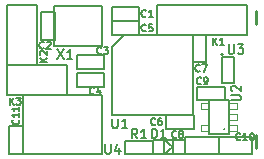
<source format=gto>
G04 #@! TF.FileFunction,Legend,Top*
%FSLAX46Y46*%
G04 Gerber Fmt 4.6, Leading zero omitted, Abs format (unit mm)*
G04 Created by KiCad (PCBNEW 4.0.2+dfsg1-stable) date Thu 01 Sep 2016 08:28:52 AM JST*
%MOMM*%
G01*
G04 APERTURE LIST*
%ADD10C,0.150000*%
%ADD11C,0.152400*%
%ADD12C,0.149860*%
%ADD13C,0.066040*%
%ADD14C,0.076200*%
%ADD15C,0.254000*%
G04 APERTURE END LIST*
D10*
D11*
X-8382000Y3810000D02*
X-8382000Y6350000D01*
X-8382000Y6350000D02*
X-762000Y6350000D01*
X-762000Y6350000D02*
X-762000Y3810000D01*
X-762000Y3810000D02*
X-8382000Y3810000D01*
D12*
X-1912620Y1912620D02*
X-2862580Y1912620D01*
X-1912620Y-287020D02*
X-2862580Y-287020D01*
X-2815563Y2161540D02*
G75*
G03X-2815563Y2161540I-90197J0D01*
G01*
X-1912620Y1912620D02*
X-1912620Y-287020D01*
X-2862580Y-287020D02*
X-2862580Y1912620D01*
X-19733260Y-1310640D02*
X-13032740Y-1310640D01*
X-13032740Y-1310640D02*
X-13032740Y-6309360D01*
X-13032740Y-6309360D02*
X-19733260Y-6309360D01*
X-19733260Y-6309360D02*
X-19733260Y-1310640D01*
X-16002000Y-1270000D02*
X-21082000Y-1270000D01*
X-21082000Y1270000D02*
X-16002000Y1270000D01*
D11*
X-21082000Y-1270000D02*
X-21082000Y1270000D01*
X-16002000Y1270000D02*
X-16002000Y-1270000D01*
D12*
X-21082000Y1270000D02*
X-21082000Y6350000D01*
X-18542000Y6350000D02*
X-18542000Y1270000D01*
D11*
X-21082000Y6350000D02*
X-18542000Y6350000D01*
X-18542000Y1270000D02*
X-21082000Y1270000D01*
D13*
X-1651000Y-4373880D02*
X-1651000Y-3873500D01*
X-1651000Y-3873500D02*
X-2301240Y-3873500D01*
X-2301240Y-4373880D02*
X-2301240Y-3873500D01*
X-1651000Y-4373880D02*
X-2301240Y-4373880D01*
X-1651000Y-3423920D02*
X-1651000Y-2926080D01*
X-1651000Y-2926080D02*
X-2301240Y-2926080D01*
X-2301240Y-3423920D02*
X-2301240Y-2926080D01*
X-1651000Y-3423920D02*
X-2301240Y-3423920D01*
X-1651000Y-2476500D02*
X-1651000Y-1976120D01*
X-1651000Y-1976120D02*
X-2301240Y-1976120D01*
X-2301240Y-2476500D02*
X-2301240Y-1976120D01*
X-1651000Y-2476500D02*
X-2301240Y-2476500D01*
X-3997960Y-2476500D02*
X-3997960Y-1976120D01*
X-3997960Y-1976120D02*
X-4648200Y-1976120D01*
X-4648200Y-2476500D02*
X-4648200Y-1976120D01*
X-3997960Y-2476500D02*
X-4648200Y-2476500D01*
X-3997960Y-3423920D02*
X-3997960Y-2926080D01*
X-3997960Y-4373880D02*
X-3997960Y-3873500D01*
X-3997960Y-3873500D02*
X-4648200Y-3873500D01*
X-4648200Y-4373880D02*
X-4648200Y-3873500D01*
X-3997960Y-4373880D02*
X-4648200Y-4373880D01*
D11*
X-3957320Y-1755140D02*
X-2341880Y-1755140D01*
X-2341880Y-1755140D02*
X-2341880Y-4594860D01*
X-2341880Y-4594860D02*
X-3957320Y-4594860D01*
X-3957320Y-4594860D02*
X-3957320Y-1755140D01*
X-2341880Y-3601720D02*
X-2341880Y-3695700D01*
X-2341880Y-2654300D02*
X-2341880Y-2748280D01*
X-2341880Y-4500880D02*
X-2341880Y-4594860D01*
X-2341880Y-1755140D02*
X-2341880Y-1849120D01*
X-3957320Y-1849120D02*
X-3957320Y-1755140D01*
X-3957320Y-4594860D02*
X-3957320Y-4500880D01*
X-3957320Y-2748280D02*
X-3957320Y-2654300D01*
X-3957320Y-3695700D02*
X-3957320Y-3601720D01*
D14*
X-2631770Y-4173220D02*
G75*
G03X-2631770Y-4173220I-68250J0D01*
G01*
D10*
X-7766000Y-5089600D02*
X-7066000Y-5689600D01*
X-7066000Y-5689600D02*
X-7766000Y-6289600D01*
X-7766000Y-5089600D02*
X-7766000Y-6289600D01*
D12*
X-5991860Y-6314440D02*
X-5991860Y-5064760D01*
X-5991860Y-5064760D02*
X-8740140Y-5064760D01*
X-8740140Y-5064760D02*
X-8740140Y-6314440D01*
X-8740140Y-6314440D02*
X-5991860Y-6314440D01*
X-7041540Y-5064760D02*
X-7041540Y-6314440D01*
D15*
X0Y4699000D02*
X0Y5798820D01*
X0Y-4699000D02*
X0Y-5798820D01*
D12*
X-11188700Y3782060D02*
X-12189460Y2781300D01*
X-12189460Y2781300D02*
X-12189460Y-3020060D01*
X-5387340Y3782060D02*
X-5387340Y-3020060D01*
X-5387340Y-3020060D02*
X-12189460Y-3020060D01*
X-11188700Y3782060D02*
X-5387340Y3782060D01*
X-13081000Y2895600D02*
X-17145000Y2895600D01*
X-17145000Y2895600D02*
X-17145000Y6248400D01*
X-17145000Y6248400D02*
X-13081000Y6248400D01*
X-13081000Y6248400D02*
X-13081000Y2895600D01*
X-19745960Y-3954780D02*
X-19745960Y-6306820D01*
X-19745960Y-6306820D02*
X-20894040Y-6306820D01*
X-20894040Y-6306820D02*
X-20894040Y-3954780D01*
X-20894040Y-3954780D02*
X-19745960Y-3954780D01*
X-2633980Y-1742440D02*
X-4986020Y-1742440D01*
X-4986020Y-1742440D02*
X-4986020Y-594360D01*
X-4986020Y-594360D02*
X-2633980Y-594360D01*
X-2633980Y-594360D02*
X-2633980Y-1742440D01*
X-17053560Y5748020D02*
X-17053560Y3395980D01*
X-17053560Y3395980D02*
X-18201640Y3395980D01*
X-18201640Y3395980D02*
X-18201640Y5748020D01*
X-18201640Y5748020D02*
X-17053560Y5748020D01*
X-12844780Y-574040D02*
X-15196820Y-574040D01*
X-15196820Y-574040D02*
X-15196820Y574040D01*
X-15196820Y574040D02*
X-12844780Y574040D01*
X-12844780Y574040D02*
X-12844780Y-574040D01*
X-12250420Y4942840D02*
X-9898380Y4942840D01*
X-9898380Y4942840D02*
X-9898380Y3794760D01*
X-9898380Y3794760D02*
X-12250420Y3794760D01*
X-12250420Y3794760D02*
X-12250420Y4942840D01*
X-5300980Y-4130040D02*
X-7653020Y-4130040D01*
X-7653020Y-4130040D02*
X-7653020Y-2981960D01*
X-7653020Y-2981960D02*
X-5300980Y-2981960D01*
X-5300980Y-2981960D02*
X-5300980Y-4130040D01*
X-4226560Y3817620D02*
X-4226560Y1465580D01*
X-4226560Y1465580D02*
X-5374640Y1465580D01*
X-5374640Y1465580D02*
X-5374640Y3817620D01*
X-5374640Y3817620D02*
X-4226560Y3817620D01*
X-9898380Y5013960D02*
X-12250420Y5013960D01*
X-12250420Y5013960D02*
X-12250420Y6162040D01*
X-12250420Y6162040D02*
X-9898380Y6162040D01*
X-9898380Y6162040D02*
X-9898380Y5013960D01*
X-15196820Y2098040D02*
X-12844780Y2098040D01*
X-12844780Y2098040D02*
X-12844780Y949960D01*
X-12844780Y949960D02*
X-15196820Y949960D01*
X-15196820Y949960D02*
X-15196820Y2098040D01*
X-8755380Y-5166360D02*
X-8755380Y-6314440D01*
X-8755380Y-6314440D02*
X-11107420Y-6314440D01*
X-11107420Y-6314440D02*
X-11107420Y-5166360D01*
X-11107420Y-5166360D02*
X-8755380Y-5166360D01*
X-5996940Y-6311900D02*
X-5996940Y-4864100D01*
X-5996940Y-4864100D02*
X-3172460Y-4864100D01*
X-3172460Y-4864100D02*
X-3172460Y-6311900D01*
X-3172460Y-6311900D02*
X-5996940Y-6311900D01*
X-353060Y-4864100D02*
X-353060Y-6311900D01*
X-353060Y-6311900D02*
X-3177540Y-6311900D01*
X-3177540Y-6311900D02*
X-3177540Y-4864100D01*
X-3177540Y-4864100D02*
X-353060Y-4864100D01*
X-3668243Y2954625D02*
X-3668243Y3554065D01*
X-3325706Y2954625D02*
X-3582609Y3297162D01*
X-3325706Y3554065D02*
X-3668243Y3211528D01*
X-2754811Y2954625D02*
X-3097348Y2954625D01*
X-2926079Y2954625D02*
X-2926079Y3554065D01*
X-2983169Y3468430D01*
X-3040258Y3411341D01*
X-3097348Y3382796D01*
D11*
X-2336800Y3003550D02*
X-2336800Y2355850D01*
X-2298700Y2279650D01*
X-2260600Y2241550D01*
X-2184400Y2203450D01*
X-2032000Y2203450D01*
X-1955800Y2241550D01*
X-1917700Y2279650D01*
X-1879600Y2355850D01*
X-1879600Y3003550D01*
X-1574800Y3003550D02*
X-1079500Y3003550D01*
X-1346200Y2698750D01*
X-1231900Y2698750D01*
X-1155700Y2660650D01*
X-1117600Y2622550D01*
X-1079500Y2546350D01*
X-1079500Y2355850D01*
X-1117600Y2279650D01*
X-1155700Y2241550D01*
X-1231900Y2203450D01*
X-1460500Y2203450D01*
X-1536700Y2241550D01*
X-1574800Y2279650D01*
X-12776200Y-5480050D02*
X-12776200Y-6127750D01*
X-12738100Y-6203950D01*
X-12700000Y-6242050D01*
X-12623800Y-6280150D01*
X-12471400Y-6280150D01*
X-12395200Y-6242050D01*
X-12357100Y-6203950D01*
X-12319000Y-6127750D01*
X-12319000Y-5480050D01*
X-11595100Y-5746750D02*
X-11595100Y-6280150D01*
X-11785600Y-5441950D02*
X-11976100Y-6013450D01*
X-11480800Y-6013450D01*
D12*
X-20864043Y-2125375D02*
X-20864043Y-1525935D01*
X-20521506Y-2125375D02*
X-20778409Y-1782838D01*
X-20521506Y-1525935D02*
X-20864043Y-1868472D01*
X-20321693Y-1525935D02*
X-19950611Y-1525935D01*
X-20150424Y-1754293D01*
X-20064790Y-1754293D01*
X-20007700Y-1782838D01*
X-19979156Y-1811383D01*
X-19950611Y-1868472D01*
X-19950611Y-2011196D01*
X-19979156Y-2068286D01*
X-20007700Y-2096830D01*
X-20064790Y-2125375D01*
X-20236058Y-2125375D01*
X-20293148Y-2096830D01*
X-20321693Y-2068286D01*
X-17737425Y1513357D02*
X-18336865Y1513357D01*
X-17737425Y1855894D02*
X-18079962Y1598991D01*
X-18336865Y1855894D02*
X-17994328Y1513357D01*
X-18279775Y2084252D02*
X-18308320Y2112797D01*
X-18336865Y2169886D01*
X-18336865Y2312610D01*
X-18308320Y2369700D01*
X-18279775Y2398244D01*
X-18222686Y2426789D01*
X-18165596Y2426789D01*
X-18079962Y2398244D01*
X-17737425Y2055707D01*
X-17737425Y2426789D01*
D11*
X-2127250Y-1752600D02*
X-1479550Y-1752600D01*
X-1403350Y-1714500D01*
X-1365250Y-1676400D01*
X-1327150Y-1600200D01*
X-1327150Y-1447800D01*
X-1365250Y-1371600D01*
X-1403350Y-1333500D01*
X-1479550Y-1295400D01*
X-2127250Y-1295400D01*
X-2051050Y-952500D02*
X-2089150Y-914400D01*
X-2127250Y-838200D01*
X-2127250Y-647700D01*
X-2089150Y-571500D01*
X-2051050Y-533400D01*
X-1974850Y-495300D01*
X-1898650Y-495300D01*
X-1784350Y-533400D01*
X-1327150Y-990600D01*
X-1327150Y-495300D01*
X-8845550Y-4933950D02*
X-8845550Y-4133850D01*
X-8655050Y-4133850D01*
X-8540750Y-4171950D01*
X-8464550Y-4248150D01*
X-8426450Y-4324350D01*
X-8388350Y-4476750D01*
X-8388350Y-4591050D01*
X-8426450Y-4743450D01*
X-8464550Y-4819650D01*
X-8540750Y-4895850D01*
X-8655050Y-4933950D01*
X-8845550Y-4933950D01*
X-7626350Y-4933950D02*
X-8083550Y-4933950D01*
X-7854950Y-4933950D02*
X-7854950Y-4133850D01*
X-7931150Y-4248150D01*
X-8007350Y-4324350D01*
X-8083550Y-4362450D01*
X-12166600Y-3295650D02*
X-12166600Y-3943350D01*
X-12128500Y-4019550D01*
X-12090400Y-4057650D01*
X-12014200Y-4095750D01*
X-11861800Y-4095750D01*
X-11785600Y-4057650D01*
X-11747500Y-4019550D01*
X-11709400Y-3943350D01*
X-11709400Y-3295650D01*
X-10909300Y-4095750D02*
X-11366500Y-4095750D01*
X-11137900Y-4095750D02*
X-11137900Y-3295650D01*
X-11214100Y-3409950D01*
X-11290300Y-3486150D01*
X-11366500Y-3524250D01*
X-16827500Y2571750D02*
X-16294100Y1771650D01*
X-16294100Y2571750D02*
X-16827500Y1771650D01*
X-15570200Y1771650D02*
X-16027400Y1771650D01*
X-15798800Y1771650D02*
X-15798800Y2571750D01*
X-15875000Y2457450D01*
X-15951200Y2381250D01*
X-16027400Y2343150D01*
D12*
X-20105914Y-3407954D02*
X-20077370Y-3436499D01*
X-20048825Y-3522133D01*
X-20048825Y-3579223D01*
X-20077370Y-3664857D01*
X-20134459Y-3721946D01*
X-20191549Y-3750491D01*
X-20305728Y-3779036D01*
X-20391362Y-3779036D01*
X-20505541Y-3750491D01*
X-20562630Y-3721946D01*
X-20619720Y-3664857D01*
X-20648265Y-3579223D01*
X-20648265Y-3522133D01*
X-20619720Y-3436499D01*
X-20591175Y-3407954D01*
X-20048825Y-2837059D02*
X-20048825Y-3179596D01*
X-20048825Y-3008327D02*
X-20648265Y-3008327D01*
X-20562630Y-3065417D01*
X-20505541Y-3122506D01*
X-20476996Y-3179596D01*
X-20048825Y-2266164D02*
X-20048825Y-2608701D01*
X-20048825Y-2437432D02*
X-20648265Y-2437432D01*
X-20562630Y-2494522D01*
X-20505541Y-2551611D01*
X-20476996Y-2608701D01*
X-4671906Y-328386D02*
X-4700451Y-356930D01*
X-4786085Y-385475D01*
X-4843175Y-385475D01*
X-4928809Y-356930D01*
X-4985898Y-299841D01*
X-5014443Y-242751D01*
X-5042988Y-128572D01*
X-5042988Y-42938D01*
X-5014443Y71241D01*
X-4985898Y128330D01*
X-4928809Y185420D01*
X-4843175Y213965D01*
X-4786085Y213965D01*
X-4700451Y185420D01*
X-4671906Y156875D01*
X-4386458Y-385475D02*
X-4272279Y-385475D01*
X-4215190Y-356930D01*
X-4186645Y-328386D01*
X-4129556Y-242751D01*
X-4101011Y-128572D01*
X-4101011Y99786D01*
X-4129556Y156875D01*
X-4158100Y185420D01*
X-4215190Y213965D01*
X-4329369Y213965D01*
X-4386458Y185420D01*
X-4415003Y156875D01*
X-4443548Y99786D01*
X-4443548Y-42938D01*
X-4415003Y-100028D01*
X-4386458Y-128572D01*
X-4329369Y-157117D01*
X-4215190Y-157117D01*
X-4158100Y-128572D01*
X-4129556Y-100028D01*
X-4101011Y-42938D01*
X-17981506Y2681514D02*
X-18010051Y2652970D01*
X-18095685Y2624425D01*
X-18152775Y2624425D01*
X-18238409Y2652970D01*
X-18295498Y2710059D01*
X-18324043Y2767149D01*
X-18352588Y2881328D01*
X-18352588Y2966962D01*
X-18324043Y3081141D01*
X-18295498Y3138230D01*
X-18238409Y3195320D01*
X-18152775Y3223865D01*
X-18095685Y3223865D01*
X-18010051Y3195320D01*
X-17981506Y3166775D01*
X-17753148Y3166775D02*
X-17724603Y3195320D01*
X-17667514Y3223865D01*
X-17524790Y3223865D01*
X-17467700Y3195320D01*
X-17439156Y3166775D01*
X-17410611Y3109686D01*
X-17410611Y3052596D01*
X-17439156Y2966962D01*
X-17781693Y2624425D01*
X-17410611Y2624425D01*
X-13714306Y-1179286D02*
X-13742851Y-1207830D01*
X-13828485Y-1236375D01*
X-13885575Y-1236375D01*
X-13971209Y-1207830D01*
X-14028298Y-1150741D01*
X-14056843Y-1093651D01*
X-14085388Y-979472D01*
X-14085388Y-893838D01*
X-14056843Y-779659D01*
X-14028298Y-722570D01*
X-13971209Y-665480D01*
X-13885575Y-636935D01*
X-13828485Y-636935D01*
X-13742851Y-665480D01*
X-13714306Y-694025D01*
X-13200500Y-836749D02*
X-13200500Y-1236375D01*
X-13343224Y-608390D02*
X-13485948Y-1036562D01*
X-13114866Y-1036562D01*
X-9345506Y4154714D02*
X-9374051Y4126170D01*
X-9459685Y4097625D01*
X-9516775Y4097625D01*
X-9602409Y4126170D01*
X-9659498Y4183259D01*
X-9688043Y4240349D01*
X-9716588Y4354528D01*
X-9716588Y4440162D01*
X-9688043Y4554341D01*
X-9659498Y4611430D01*
X-9602409Y4668520D01*
X-9516775Y4697065D01*
X-9459685Y4697065D01*
X-9374051Y4668520D01*
X-9345506Y4639975D01*
X-8803156Y4697065D02*
X-9088603Y4697065D01*
X-9117148Y4411617D01*
X-9088603Y4440162D01*
X-9031514Y4468707D01*
X-8888790Y4468707D01*
X-8831700Y4440162D01*
X-8803156Y4411617D01*
X-8774611Y4354528D01*
X-8774611Y4211804D01*
X-8803156Y4154714D01*
X-8831700Y4126170D01*
X-8888790Y4097625D01*
X-9031514Y4097625D01*
X-9088603Y4126170D01*
X-9117148Y4154714D01*
X-8545406Y-3782786D02*
X-8573951Y-3811330D01*
X-8659585Y-3839875D01*
X-8716675Y-3839875D01*
X-8802309Y-3811330D01*
X-8859398Y-3754241D01*
X-8887943Y-3697151D01*
X-8916488Y-3582972D01*
X-8916488Y-3497338D01*
X-8887943Y-3383159D01*
X-8859398Y-3326070D01*
X-8802309Y-3268980D01*
X-8716675Y-3240435D01*
X-8659585Y-3240435D01*
X-8573951Y-3268980D01*
X-8545406Y-3297525D01*
X-8031600Y-3240435D02*
X-8145779Y-3240435D01*
X-8202869Y-3268980D01*
X-8231414Y-3297525D01*
X-8288503Y-3383159D01*
X-8317048Y-3497338D01*
X-8317048Y-3725696D01*
X-8288503Y-3782786D01*
X-8259958Y-3811330D01*
X-8202869Y-3839875D01*
X-8088690Y-3839875D01*
X-8031600Y-3811330D01*
X-8003056Y-3782786D01*
X-7974511Y-3725696D01*
X-7974511Y-3582972D01*
X-8003056Y-3525883D01*
X-8031600Y-3497338D01*
X-8088690Y-3468793D01*
X-8202869Y-3468793D01*
X-8259958Y-3497338D01*
X-8288503Y-3525883D01*
X-8317048Y-3582972D01*
X-4773506Y751114D02*
X-4802051Y722570D01*
X-4887685Y694025D01*
X-4944775Y694025D01*
X-5030409Y722570D01*
X-5087498Y779659D01*
X-5116043Y836749D01*
X-5144588Y950928D01*
X-5144588Y1036562D01*
X-5116043Y1150741D01*
X-5087498Y1207830D01*
X-5030409Y1264920D01*
X-4944775Y1293465D01*
X-4887685Y1293465D01*
X-4802051Y1264920D01*
X-4773506Y1236375D01*
X-4573693Y1293465D02*
X-4174066Y1293465D01*
X-4430969Y694025D01*
X-9345506Y5373914D02*
X-9374051Y5345370D01*
X-9459685Y5316825D01*
X-9516775Y5316825D01*
X-9602409Y5345370D01*
X-9659498Y5402459D01*
X-9688043Y5459549D01*
X-9716588Y5573728D01*
X-9716588Y5659362D01*
X-9688043Y5773541D01*
X-9659498Y5830630D01*
X-9602409Y5887720D01*
X-9516775Y5916265D01*
X-9459685Y5916265D01*
X-9374051Y5887720D01*
X-9345506Y5859175D01*
X-8774611Y5316825D02*
X-9117148Y5316825D01*
X-8945879Y5316825D02*
X-8945879Y5916265D01*
X-9002969Y5830630D01*
X-9060058Y5773541D01*
X-9117148Y5744996D01*
X-13104706Y2224314D02*
X-13133251Y2195770D01*
X-13218885Y2167225D01*
X-13275975Y2167225D01*
X-13361609Y2195770D01*
X-13418698Y2252859D01*
X-13447243Y2309949D01*
X-13475788Y2424128D01*
X-13475788Y2509762D01*
X-13447243Y2623941D01*
X-13418698Y2681030D01*
X-13361609Y2738120D01*
X-13275975Y2766665D01*
X-13218885Y2766665D01*
X-13133251Y2738120D01*
X-13104706Y2709575D01*
X-12904893Y2766665D02*
X-12533811Y2766665D01*
X-12733624Y2538307D01*
X-12647990Y2538307D01*
X-12590900Y2509762D01*
X-12562356Y2481217D01*
X-12533811Y2424128D01*
X-12533811Y2281404D01*
X-12562356Y2224314D01*
X-12590900Y2195770D01*
X-12647990Y2167225D01*
X-12819258Y2167225D01*
X-12876348Y2195770D01*
X-12904893Y2224314D01*
D11*
X-10064750Y-4959350D02*
X-10331450Y-4578350D01*
X-10521950Y-4959350D02*
X-10521950Y-4159250D01*
X-10217150Y-4159250D01*
X-10140950Y-4197350D01*
X-10102850Y-4235450D01*
X-10064750Y-4311650D01*
X-10064750Y-4425950D01*
X-10102850Y-4502150D01*
X-10140950Y-4540250D01*
X-10217150Y-4578350D01*
X-10521950Y-4578350D01*
X-9302750Y-4959350D02*
X-9759950Y-4959350D01*
X-9531350Y-4959350D02*
X-9531350Y-4159250D01*
X-9607550Y-4273550D01*
X-9683750Y-4349750D01*
X-9759950Y-4387850D01*
D12*
X-6754706Y-4862286D02*
X-6783251Y-4890830D01*
X-6868885Y-4919375D01*
X-6925975Y-4919375D01*
X-7011609Y-4890830D01*
X-7068698Y-4833741D01*
X-7097243Y-4776651D01*
X-7125788Y-4662472D01*
X-7125788Y-4576838D01*
X-7097243Y-4462659D01*
X-7068698Y-4405570D01*
X-7011609Y-4348480D01*
X-6925975Y-4319935D01*
X-6868885Y-4319935D01*
X-6783251Y-4348480D01*
X-6754706Y-4377025D01*
X-6412169Y-4576838D02*
X-6469258Y-4548293D01*
X-6497803Y-4519749D01*
X-6526348Y-4462659D01*
X-6526348Y-4434114D01*
X-6497803Y-4377025D01*
X-6469258Y-4348480D01*
X-6412169Y-4319935D01*
X-6297990Y-4319935D01*
X-6240900Y-4348480D01*
X-6212356Y-4377025D01*
X-6183811Y-4434114D01*
X-6183811Y-4462659D01*
X-6212356Y-4519749D01*
X-6240900Y-4548293D01*
X-6297990Y-4576838D01*
X-6412169Y-4576838D01*
X-6469258Y-4605383D01*
X-6497803Y-4633928D01*
X-6526348Y-4691017D01*
X-6526348Y-4805196D01*
X-6497803Y-4862286D01*
X-6469258Y-4890830D01*
X-6412169Y-4919375D01*
X-6297990Y-4919375D01*
X-6240900Y-4890830D01*
X-6212356Y-4862286D01*
X-6183811Y-4805196D01*
X-6183811Y-4691017D01*
X-6212356Y-4633928D01*
X-6240900Y-4605383D01*
X-6297990Y-4576838D01*
X-1337854Y-5052786D02*
X-1366399Y-5081330D01*
X-1452033Y-5109875D01*
X-1509123Y-5109875D01*
X-1594757Y-5081330D01*
X-1651846Y-5024241D01*
X-1680391Y-4967151D01*
X-1708936Y-4852972D01*
X-1708936Y-4767338D01*
X-1680391Y-4653159D01*
X-1651846Y-4596070D01*
X-1594757Y-4538980D01*
X-1509123Y-4510435D01*
X-1452033Y-4510435D01*
X-1366399Y-4538980D01*
X-1337854Y-4567525D01*
X-766959Y-5109875D02*
X-1109496Y-5109875D01*
X-938227Y-5109875D02*
X-938227Y-4510435D01*
X-995317Y-4596070D01*
X-1052406Y-4653159D01*
X-1109496Y-4681704D01*
X-395877Y-4510435D02*
X-338788Y-4510435D01*
X-281698Y-4538980D01*
X-253153Y-4567525D01*
X-224609Y-4624614D01*
X-196064Y-4738793D01*
X-196064Y-4881517D01*
X-224609Y-4995696D01*
X-253153Y-5052786D01*
X-281698Y-5081330D01*
X-338788Y-5109875D01*
X-395877Y-5109875D01*
X-452967Y-5081330D01*
X-481511Y-5052786D01*
X-510056Y-4995696D01*
X-538601Y-4881517D01*
X-538601Y-4738793D01*
X-510056Y-4624614D01*
X-481511Y-4567525D01*
X-452967Y-4538980D01*
X-395877Y-4510435D01*
M02*

</source>
